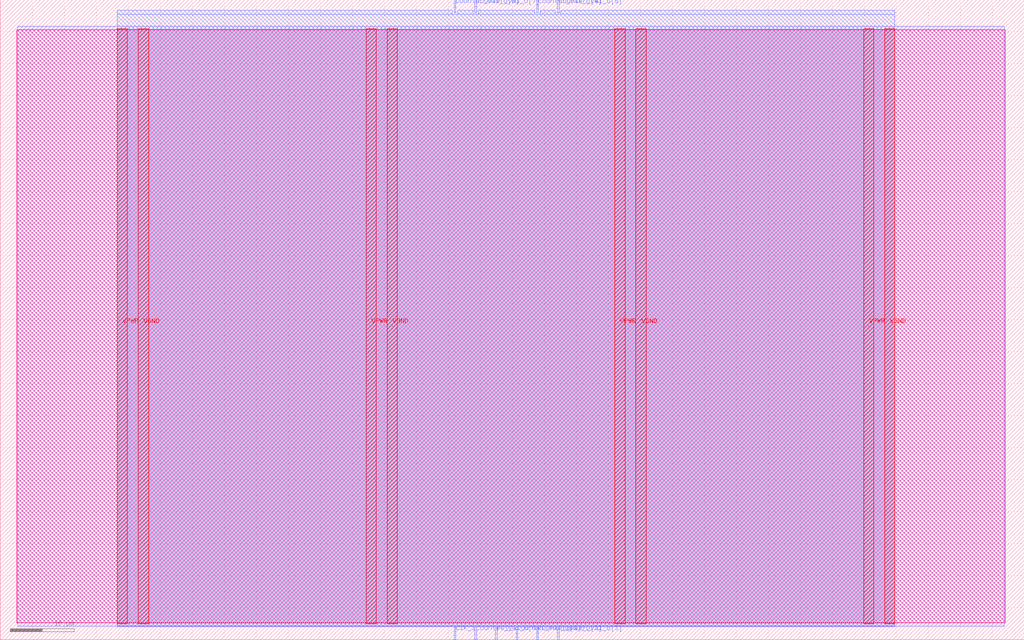
<source format=lef>
VERSION 5.7 ;
  NOWIREEXTENSIONATPIN ON ;
  DIVIDERCHAR "/" ;
  BUSBITCHARS "[]" ;
MACRO counter
  CLASS BLOCK ;
  FOREIGN counter ;
  ORIGIN 0.000 0.000 ;
  SIZE 160.000 BY 100.000 ;
  PIN VGND
    DIRECTION INOUT ;
    USE GROUND ;
    PORT
      LAYER met4 ;
        RECT 21.580 2.480 23.180 95.440 ;
    END
    PORT
      LAYER met4 ;
        RECT 60.450 2.480 62.050 95.440 ;
    END
    PORT
      LAYER met4 ;
        RECT 99.320 2.480 100.920 95.440 ;
    END
    PORT
      LAYER met4 ;
        RECT 138.190 2.480 139.790 95.440 ;
    END
  END VGND
  PIN VPWR
    DIRECTION INOUT ;
    USE POWER ;
    PORT
      LAYER met4 ;
        RECT 18.280 2.480 19.880 95.440 ;
    END
    PORT
      LAYER met4 ;
        RECT 57.150 2.480 58.750 95.440 ;
    END
    PORT
      LAYER met4 ;
        RECT 96.020 2.480 97.620 95.440 ;
    END
    PORT
      LAYER met4 ;
        RECT 134.890 2.480 136.490 95.440 ;
    END
  END VPWR
  PIN clk_i
    DIRECTION INPUT ;
    USE SIGNAL ;
    ANTENNAGATEAREA 0.852000 ;
    PORT
      LAYER met2 ;
        RECT 70.930 0.000 71.210 2.000 ;
    END
  END clk_i
  PIN counter_val_o[0]
    DIRECTION OUTPUT ;
    USE SIGNAL ;
    ANTENNAGATEAREA 1.120500 ;
    ANTENNADIFFAREA 0.891000 ;
    PORT
      LAYER met2 ;
        RECT 74.150 0.000 74.430 2.000 ;
    END
  END counter_val_o[0]
  PIN counter_val_o[1]
    DIRECTION OUTPUT ;
    USE SIGNAL ;
    ANTENNAGATEAREA 0.994500 ;
    ANTENNADIFFAREA 0.891000 ;
    PORT
      LAYER met2 ;
        RECT 80.590 0.000 80.870 2.000 ;
    END
  END counter_val_o[1]
  PIN counter_val_o[2]
    DIRECTION OUTPUT ;
    USE SIGNAL ;
    ANTENNAGATEAREA 0.499500 ;
    ANTENNADIFFAREA 0.891000 ;
    PORT
      LAYER met2 ;
        RECT 83.810 0.000 84.090 2.000 ;
    END
  END counter_val_o[2]
  PIN counter_val_o[3]
    DIRECTION OUTPUT ;
    USE SIGNAL ;
    ANTENNAGATEAREA 0.373500 ;
    ANTENNADIFFAREA 0.445500 ;
    PORT
      LAYER met2 ;
        RECT 87.030 0.000 87.310 2.000 ;
    END
  END counter_val_o[3]
  PIN counter_val_o[4]
    DIRECTION OUTPUT ;
    USE SIGNAL ;
    ANTENNAGATEAREA 0.868500 ;
    ANTENNADIFFAREA 0.891000 ;
    PORT
      LAYER met2 ;
        RECT 83.810 98.000 84.090 100.000 ;
    END
  END counter_val_o[4]
  PIN counter_val_o[5]
    DIRECTION OUTPUT ;
    USE SIGNAL ;
    ANTENNAGATEAREA 0.373500 ;
    ANTENNADIFFAREA 0.445500 ;
    PORT
      LAYER met2 ;
        RECT 87.030 98.000 87.310 100.000 ;
    END
  END counter_val_o[5]
  PIN counter_val_o[6]
    DIRECTION OUTPUT ;
    USE SIGNAL ;
    ANTENNAGATEAREA 0.990000 ;
    ANTENNADIFFAREA 0.891000 ;
    PORT
      LAYER met2 ;
        RECT 70.930 98.000 71.210 100.000 ;
    END
  END counter_val_o[6]
  PIN counter_val_o[7]
    DIRECTION OUTPUT ;
    USE SIGNAL ;
    ANTENNAGATEAREA 0.495000 ;
    ANTENNADIFFAREA 0.445500 ;
    PORT
      LAYER met2 ;
        RECT 74.150 98.000 74.430 100.000 ;
    END
  END counter_val_o[7]
  PIN rst_i
    DIRECTION INPUT ;
    USE SIGNAL ;
    ANTENNAGATEAREA 0.159000 ;
    PORT
      LAYER met2 ;
        RECT 77.370 0.000 77.650 2.000 ;
    END
  END rst_i
  OBS
      LAYER nwell ;
        RECT 2.570 2.635 157.050 95.285 ;
      LAYER li1 ;
        RECT 2.760 2.635 156.860 95.285 ;
      LAYER met1 ;
        RECT 2.760 2.080 156.860 95.840 ;
      LAYER met2 ;
        RECT 18.310 97.720 70.650 98.330 ;
        RECT 71.490 97.720 73.870 98.330 ;
        RECT 74.710 97.720 83.530 98.330 ;
        RECT 84.370 97.720 86.750 98.330 ;
        RECT 87.590 97.720 139.760 98.330 ;
        RECT 18.310 2.280 139.760 97.720 ;
        RECT 18.310 2.000 70.650 2.280 ;
        RECT 71.490 2.000 73.870 2.280 ;
        RECT 74.710 2.000 77.090 2.280 ;
        RECT 77.930 2.000 80.310 2.280 ;
        RECT 81.150 2.000 83.530 2.280 ;
        RECT 84.370 2.000 86.750 2.280 ;
        RECT 87.590 2.000 139.760 2.280 ;
      LAYER met3 ;
        RECT 18.290 2.555 139.780 95.365 ;
  END
END counter
END LIBRARY


</source>
